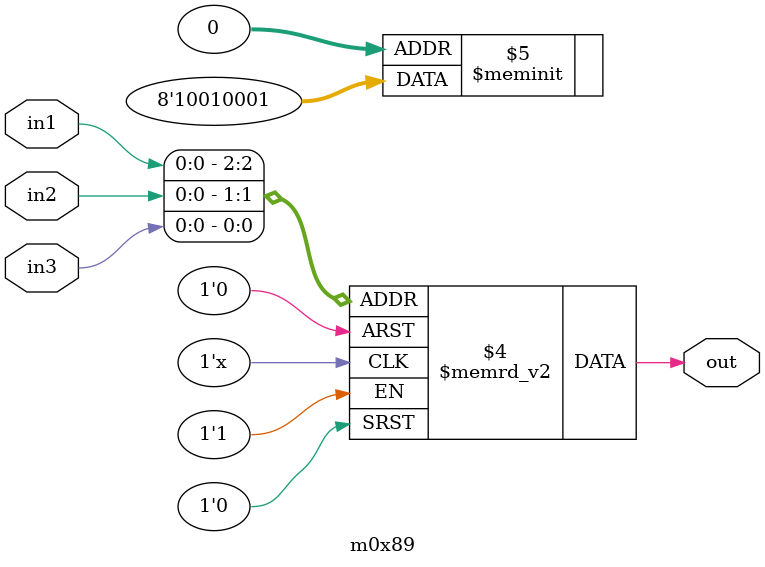
<source format=v>
module m0x89(output out, input in1, in2, in3);

   always @(in1, in2, in3)
     begin
        case({in1, in2, in3})
          3'b000: {out} = 1'b1;
          3'b001: {out} = 1'b0;
          3'b010: {out} = 1'b0;
          3'b011: {out} = 1'b0;
          3'b100: {out} = 1'b1;
          3'b101: {out} = 1'b0;
          3'b110: {out} = 1'b0;
          3'b111: {out} = 1'b1;
        endcase // case ({in1, in2, in3})
     end // always @ (in1, in2, in3)

endmodule // m0x89
</source>
